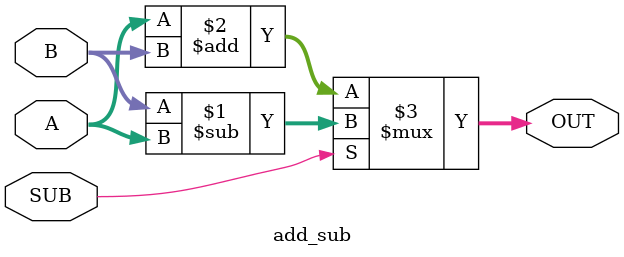
<source format=v>
module add_sub (
    input [3:0] A,
    input [3:0] B,
    input SUB,
    output [3:0] OUT
);

    assign OUT = SUB ? B - A : A + B;

endmodule
</source>
